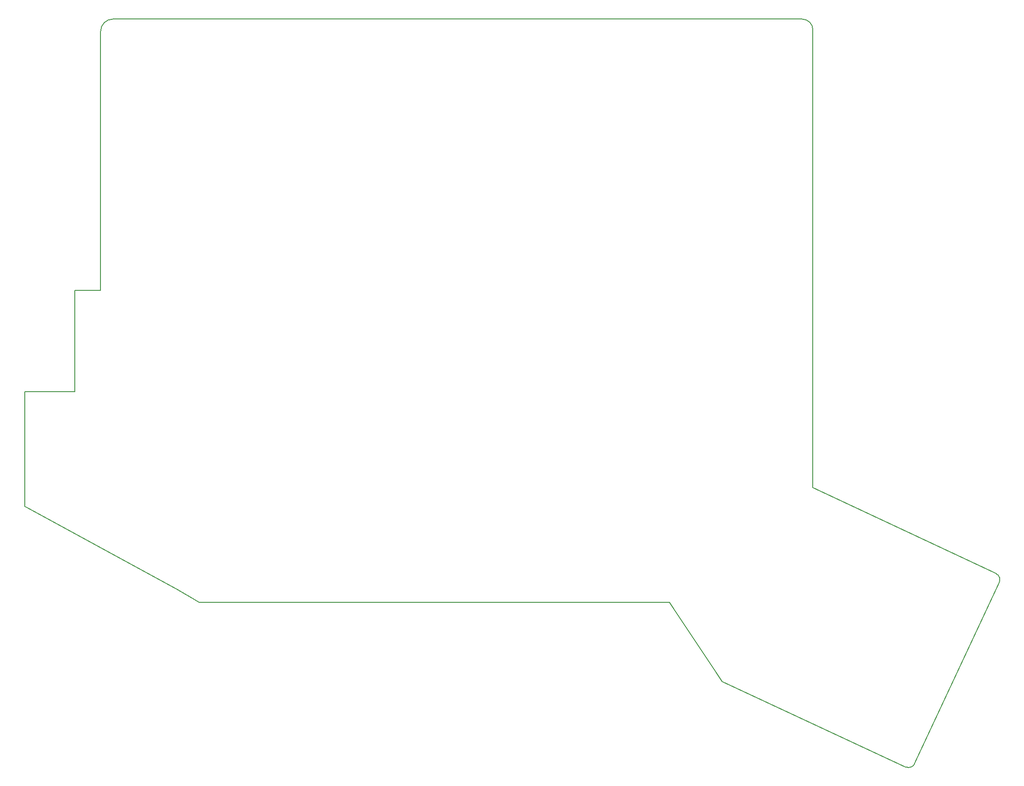
<source format=gbr>
G04 #@! TF.GenerationSoftware,KiCad,Pcbnew,(5.1.5)-3*
G04 #@! TF.CreationDate,2020-03-03T19:55:16+05:30*
G04 #@! TF.ProjectId,ergocape,6572676f-6361-4706-952e-6b696361645f,rev?*
G04 #@! TF.SameCoordinates,Original*
G04 #@! TF.FileFunction,Profile,NP*
%FSLAX46Y46*%
G04 Gerber Fmt 4.6, Leading zero omitted, Abs format (unit mm)*
G04 Created by KiCad (PCBNEW (5.1.5)-3) date 2020-03-03 19:55:16*
%MOMM*%
%LPD*%
G04 APERTURE LIST*
%ADD10C,0.200000*%
%ADD11C,0.150000*%
G04 APERTURE END LIST*
D10*
X31750000Y-68326000D02*
X36576000Y-68326000D01*
D11*
X38866000Y-17272000D02*
X39370000Y-17272000D01*
X36576000Y-48895000D02*
X36580000Y-19558000D01*
D10*
X36576000Y-51943000D02*
X36576000Y-48895000D01*
X36576000Y-68326000D02*
X36576000Y-51943000D01*
X31750000Y-87376000D02*
X31750000Y-68326000D01*
X22352000Y-87376000D02*
X31750000Y-87376000D01*
X22352000Y-87503000D02*
X22352000Y-87376000D01*
X22352000Y-98044000D02*
X22352000Y-87503000D01*
D11*
X157988000Y-17272000D02*
X168402000Y-17272000D01*
X147574000Y-17272000D02*
X157988000Y-17272000D01*
X136906000Y-17272000D02*
X147574000Y-17272000D01*
X127000000Y-17272000D02*
X136906000Y-17272000D01*
X204852770Y-121558610D02*
G75*
G02X205467055Y-123246347I-536726J-1151011D01*
G01*
X204385820Y-121337275D02*
X204852770Y-121558610D01*
X170434000Y-19304000D02*
X170434000Y-105410000D01*
X153365200Y-141833600D02*
X143510000Y-127000000D01*
X153585583Y-141929498D02*
X153365200Y-141833600D01*
X205467055Y-123246347D02*
X189577980Y-157304740D01*
X189577980Y-157304740D02*
G75*
G02X187890244Y-157919026I-1151011J536725D01*
G01*
X153585583Y-141929498D02*
X187890244Y-157919026D01*
X170434000Y-105410000D02*
X204385820Y-121337275D01*
X168402000Y-17272000D02*
G75*
G02X170434000Y-19304000I0J-2032000D01*
G01*
X36580000Y-19558000D02*
G75*
G02X38866000Y-17272000I2286000J0D01*
G01*
X127000000Y-17272000D02*
X39370000Y-17272000D01*
X137150000Y-127000000D02*
X143510000Y-127000000D01*
X22352000Y-108966000D02*
X22860000Y-109220000D01*
X22352000Y-106426000D02*
X22352000Y-108966000D01*
X22352000Y-98044000D02*
X22352000Y-106426000D01*
X55118000Y-127000000D02*
X55880000Y-127000000D01*
X53848000Y-126238000D02*
X55118000Y-127000000D01*
X50800000Y-124460000D02*
X53848000Y-126238000D01*
X55880000Y-127000000D02*
X137150000Y-127000000D01*
X22860000Y-109220000D02*
X50800000Y-124460000D01*
M02*

</source>
